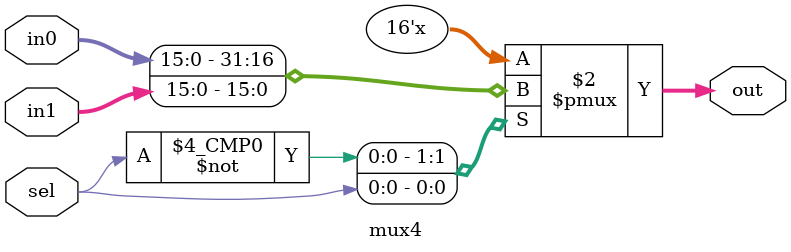
<source format=sv>
`timescale 1ns/1ps
module mux4 #(
parameter W = 16) 
(
input  logic [W-1:0]  in0, 
input  logic [W-1:0]    in1, 
input  logic          sel,
    
output logic [W-1:0]   out
);
    always_comb begin
        case (sel)
            1'b0: out = in0;
            1'b1: out = in1;
            default: out = {W{1'bx}}; // Indefinido en caso de error
        endcase
    end
endmodule

</source>
